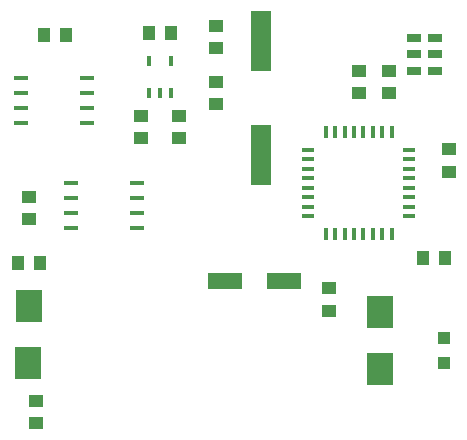
<source format=gbr>
%TF.GenerationSoftware,KiCad,Pcbnew,(5.1.10)-1*%
%TF.CreationDate,2021-07-19T12:12:26+01:00*%
%TF.ProjectId,SolarSensorATMEGA328_PCB,536f6c61-7253-4656-9e73-6f7241544d45,rev?*%
%TF.SameCoordinates,PX5734380PY7df6180*%
%TF.FileFunction,Paste,Top*%
%TF.FilePolarity,Positive*%
%FSLAX46Y46*%
G04 Gerber Fmt 4.6, Leading zero omitted, Abs format (unit mm)*
G04 Created by KiCad (PCBNEW (5.1.10)-1) date 2021-07-19 12:12:26*
%MOMM*%
%LPD*%
G01*
G04 APERTURE LIST*
%ADD10R,1.300000X0.800000*%
%ADD11R,0.358800X1.070000*%
%ADD12R,1.070000X0.358800*%
%ADD13R,1.300000X1.100000*%
%ADD14R,2.197760X2.800000*%
%ADD15R,0.397600X0.847600*%
%ADD16R,1.730400X5.134000*%
%ADD17R,1.100000X1.300000*%
%ADD18R,3.000000X1.400000*%
%ADD19R,0.998880X0.998880*%
%ADD20R,1.199540X0.399440*%
G04 APERTURE END LIST*
D10*
%TO.C,P3*%
X75211000Y34544000D03*
X76962000Y34544000D03*
X75211000Y33147000D03*
X76962000Y33147000D03*
X75211000Y31750000D03*
X76962000Y31750000D03*
%TD*%
D11*
%TO.C,U4*%
X67685920Y26517600D03*
X68486020Y26517600D03*
X69286120Y26517600D03*
X70086220Y26517600D03*
X70883780Y26517600D03*
X71683880Y26517600D03*
X72483980Y26517600D03*
X73284080Y26517600D03*
D12*
X74777600Y25024080D03*
X74777600Y24223980D03*
X74777600Y23423880D03*
X74777600Y22623780D03*
X74777600Y21826220D03*
X74777600Y21026120D03*
X74777600Y20226020D03*
X74777600Y19425920D03*
D11*
X73284080Y17932400D03*
X72483980Y17932400D03*
X71683880Y17932400D03*
X70883780Y17932400D03*
X70086220Y17932400D03*
X69286120Y17932400D03*
X68486020Y17932400D03*
X67685920Y17932400D03*
D12*
X66192400Y19425920D03*
X66192400Y20226020D03*
X66192400Y21026120D03*
X66192400Y21826220D03*
X66192400Y22623780D03*
X66192400Y23423880D03*
X66192400Y24223980D03*
X66192400Y25024080D03*
%TD*%
D13*
%TO.C,C7*%
X78105000Y23169800D03*
X78105000Y25069800D03*
%TD*%
%TO.C,C8*%
X43180000Y1910000D03*
X43180000Y3810000D03*
%TD*%
%TO.C,C9*%
X58420000Y35560000D03*
X58420000Y33660000D03*
%TD*%
%TO.C,C10*%
X58420000Y30784800D03*
X58420000Y28884800D03*
%TD*%
%TO.C,R7*%
X70485000Y29845000D03*
X70485000Y31745000D03*
%TD*%
D14*
%TO.C,SW2*%
X42545000Y11811000D03*
X42519600Y6985000D03*
%TD*%
D15*
%TO.C,U1*%
X52710000Y32545000D03*
X54610000Y32545000D03*
X52710000Y29845000D03*
X53660000Y29845000D03*
X54610000Y29845000D03*
%TD*%
D16*
%TO.C,Y1*%
X62230000Y34290000D03*
X62230000Y24638000D03*
%TD*%
D13*
%TO.C,C1*%
X52070000Y26035000D03*
X52070000Y27935000D03*
%TD*%
D17*
%TO.C,C2*%
X54610000Y34925000D03*
X52710000Y34925000D03*
%TD*%
%TO.C,C3*%
X43815000Y34798000D03*
X45715000Y34798000D03*
%TD*%
D13*
%TO.C,C4*%
X42545000Y19182000D03*
X42545000Y21082000D03*
%TD*%
D17*
%TO.C,C5*%
X75895200Y15875000D03*
X77795200Y15875000D03*
%TD*%
D18*
%TO.C,C6*%
X59135000Y13970000D03*
X64135000Y13970000D03*
%TD*%
D19*
%TO.C,D2*%
X77724000Y9083040D03*
X77724000Y6985000D03*
%TD*%
D13*
%TO.C,R1*%
X55245000Y27940000D03*
X55245000Y26040000D03*
%TD*%
%TO.C,R4*%
X67945000Y11435000D03*
X67945000Y13335000D03*
%TD*%
D17*
%TO.C,R5*%
X41610200Y15494000D03*
X43510200Y15494000D03*
%TD*%
D13*
%TO.C,R6*%
X73025000Y31745000D03*
X73025000Y29845000D03*
%TD*%
D14*
%TO.C,SW1*%
X72263000Y6477000D03*
X72288400Y11303000D03*
%TD*%
D20*
%TO.C,U3*%
X46095000Y18415000D03*
X51695000Y18415000D03*
X46095000Y19685000D03*
X46095000Y20955000D03*
X46095000Y22225000D03*
X51695000Y19685000D03*
X51695000Y20955000D03*
X51695000Y22225000D03*
%TD*%
%TO.C,U2*%
X41910000Y27305000D03*
X47510000Y27305000D03*
X41910000Y28575000D03*
X41910000Y29845000D03*
X41910000Y31115000D03*
X47510000Y28575000D03*
X47510000Y29845000D03*
X47510000Y31115000D03*
%TD*%
M02*

</source>
